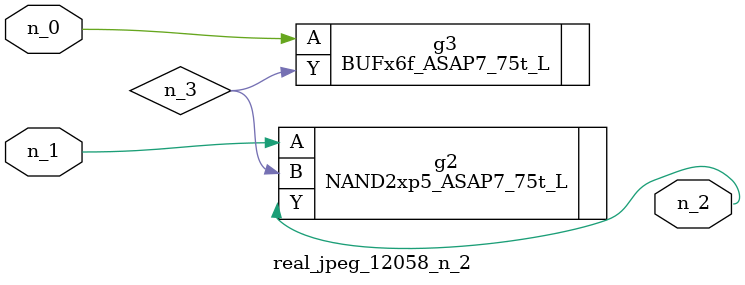
<source format=v>
module real_jpeg_12058_n_2 (n_1, n_0, n_2);

input n_1;
input n_0;

output n_2;

wire n_3;

BUFx6f_ASAP7_75t_L g3 ( 
.A(n_0),
.Y(n_3)
);

NAND2xp5_ASAP7_75t_L g2 ( 
.A(n_1),
.B(n_3),
.Y(n_2)
);


endmodule
</source>
